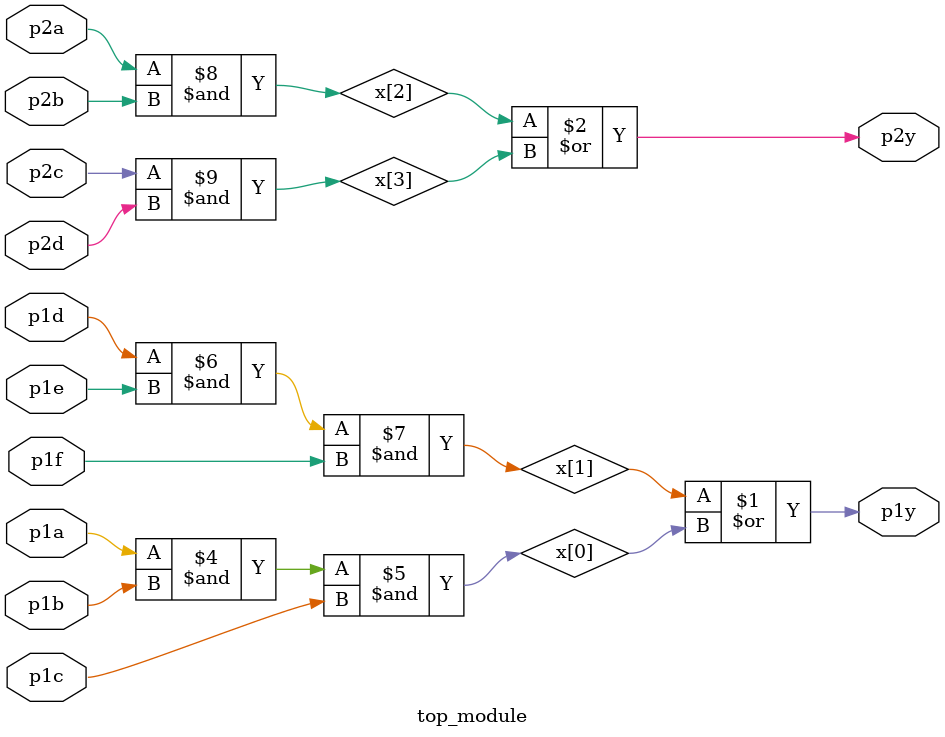
<source format=v>
module top_module ( 
    input p1a, p1b, p1c, p1d, p1e, p1f,
    output p1y,
    input p2a, p2b, p2c, p2d,
    output p2y );
    wire x[3:0];
    and and1 (x[0],p1a,p1b,p1c);
    and and2 (x[1],p1d,p1e,p1f);
    or or1 (p1y,x[1],x[0]);
    and and3 (x[2], p2a, p2b);
    and and4 (x[3], p2c, p2d);
    or or2 (p2y,x[2],x[3]);
    
endmodule

</source>
